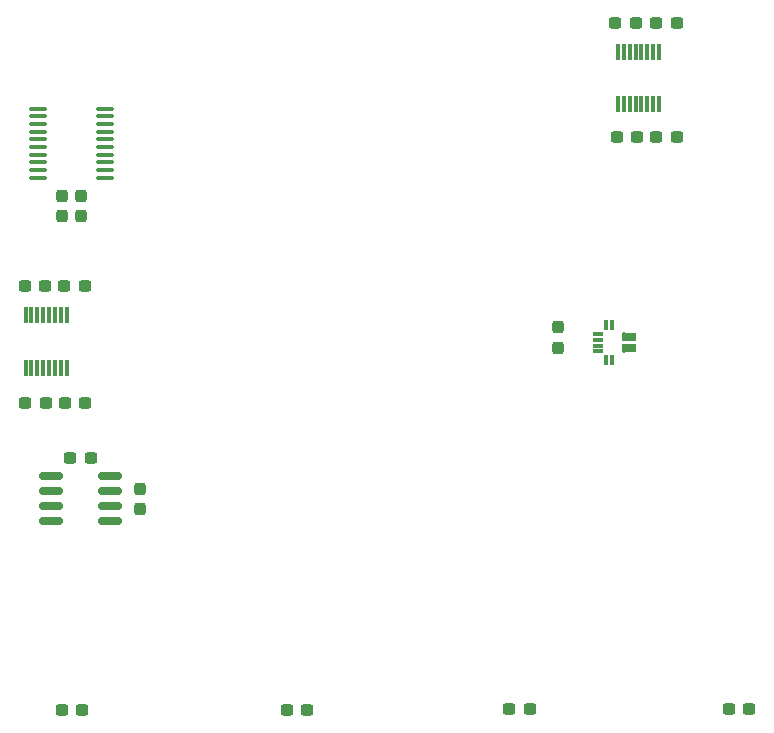
<source format=gbr>
%TF.GenerationSoftware,KiCad,Pcbnew,8.0.6*%
%TF.CreationDate,2024-12-18T15:27:08+01:00*%
%TF.ProjectId,RTR_submodule,5254525f-7375-4626-9d6f-64756c652e6b,rev?*%
%TF.SameCoordinates,Original*%
%TF.FileFunction,Paste,Top*%
%TF.FilePolarity,Positive*%
%FSLAX46Y46*%
G04 Gerber Fmt 4.6, Leading zero omitted, Abs format (unit mm)*
G04 Created by KiCad (PCBNEW 8.0.6) date 2024-12-18 15:27:08*
%MOMM*%
%LPD*%
G01*
G04 APERTURE LIST*
G04 Aperture macros list*
%AMRoundRect*
0 Rectangle with rounded corners*
0 $1 Rounding radius*
0 $2 $3 $4 $5 $6 $7 $8 $9 X,Y pos of 4 corners*
0 Add a 4 corners polygon primitive as box body*
4,1,4,$2,$3,$4,$5,$6,$7,$8,$9,$2,$3,0*
0 Add four circle primitives for the rounded corners*
1,1,$1+$1,$2,$3*
1,1,$1+$1,$4,$5*
1,1,$1+$1,$6,$7*
1,1,$1+$1,$8,$9*
0 Add four rect primitives between the rounded corners*
20,1,$1+$1,$2,$3,$4,$5,0*
20,1,$1+$1,$4,$5,$6,$7,0*
20,1,$1+$1,$6,$7,$8,$9,0*
20,1,$1+$1,$8,$9,$2,$3,0*%
%AMRotRect*
0 Rectangle, with rotation*
0 The origin of the aperture is its center*
0 $1 length*
0 $2 width*
0 $3 Rotation angle, in degrees counterclockwise*
0 Add horizontal line*
21,1,$1,$2,0,0,$3*%
G04 Aperture macros list end*
%ADD10RoundRect,0.237500X-0.237500X0.300000X-0.237500X-0.300000X0.237500X-0.300000X0.237500X0.300000X0*%
%ADD11RoundRect,0.237500X0.237500X-0.300000X0.237500X0.300000X-0.237500X0.300000X-0.237500X-0.300000X0*%
%ADD12R,0.300000X1.425000*%
%ADD13RoundRect,0.150000X0.825000X0.150000X-0.825000X0.150000X-0.825000X-0.150000X0.825000X-0.150000X0*%
%ADD14RoundRect,0.237500X0.300000X0.237500X-0.300000X0.237500X-0.300000X-0.237500X0.300000X-0.237500X0*%
%ADD15R,1.070000X0.800000*%
%ADD16RotRect,0.282800X0.282800X225.000000*%
%ADD17R,0.200000X0.600000*%
%ADD18R,0.300000X0.850000*%
%ADD19R,0.850000X0.300000*%
%ADD20RoundRect,0.237500X-0.300000X-0.237500X0.300000X-0.237500X0.300000X0.237500X-0.300000X0.237500X0*%
%ADD21RoundRect,0.100000X0.637500X0.100000X-0.637500X0.100000X-0.637500X-0.100000X0.637500X-0.100000X0*%
G04 APERTURE END LIST*
D10*
%TO.C,M:C10*%
X110691250Y-79962500D03*
X110691250Y-81687500D03*
%TD*%
D11*
%TO.C,M:C12*%
X152700000Y-92825000D03*
X152700000Y-91100000D03*
%TD*%
D12*
%TO.C,U2*%
X107600000Y-94524000D03*
X108100000Y-94524000D03*
X108600000Y-94524000D03*
X109100000Y-94524000D03*
X109600000Y-94524000D03*
X110100000Y-94524000D03*
X110600000Y-94524000D03*
X111100000Y-94524000D03*
X111100000Y-90100000D03*
X110600000Y-90100000D03*
X110100000Y-90100000D03*
X109600000Y-90100000D03*
X109100000Y-90100000D03*
X108600000Y-90100000D03*
X108100000Y-90100000D03*
X107600000Y-90100000D03*
%TD*%
%TO.C,U3*%
X157750000Y-72212000D03*
X158250000Y-72212000D03*
X158750000Y-72212000D03*
X159250000Y-72212000D03*
X159750000Y-72212000D03*
X160250000Y-72212000D03*
X160750000Y-72212000D03*
X161250000Y-72212000D03*
X161250000Y-67788000D03*
X160750000Y-67788000D03*
X160250000Y-67788000D03*
X159750000Y-67788000D03*
X159250000Y-67788000D03*
X158750000Y-67788000D03*
X158250000Y-67788000D03*
X157750000Y-67788000D03*
%TD*%
D13*
%TO.C,SUB:U1*%
X114740000Y-107540000D03*
X114740000Y-106270000D03*
X114740000Y-105000000D03*
X114740000Y-103730000D03*
X109790000Y-103730000D03*
X109790000Y-105000000D03*
X109790000Y-106270000D03*
X109790000Y-107540000D03*
%TD*%
D14*
%TO.C,C1*%
X113127500Y-102135000D03*
X111402500Y-102135000D03*
%TD*%
D15*
%TO.C,U1*%
X158820000Y-92900000D03*
D16*
X158285000Y-93100000D03*
D17*
X158185000Y-92800000D03*
D15*
X158820000Y-91900000D03*
D16*
X158285000Y-91700000D03*
D17*
X158185000Y-92000000D03*
D18*
X157270000Y-90950000D03*
X156770000Y-90950000D03*
D19*
X156070000Y-91650000D03*
X156070000Y-92150000D03*
X156070000Y-92650000D03*
X156070000Y-93150000D03*
D18*
X156770000Y-93850000D03*
X157270000Y-93850000D03*
%TD*%
D20*
%TO.C,M:C7*%
X157637500Y-75000000D03*
X159362500Y-75000000D03*
%TD*%
%TO.C,M:C6*%
X161000000Y-65300000D03*
X162725000Y-65300000D03*
%TD*%
%TO.C,C3*%
X129737500Y-123500000D03*
X131462500Y-123500000D03*
%TD*%
%TO.C,M:C1*%
X110937500Y-97500000D03*
X112662500Y-97500000D03*
%TD*%
D14*
%TO.C,M:C8*%
X162725000Y-75000000D03*
X161000000Y-75000000D03*
%TD*%
D21*
%TO.C,SUB:U2*%
X114353750Y-78450000D03*
X114353750Y-77800000D03*
X114353750Y-77150000D03*
X114353750Y-76500000D03*
X114353750Y-75850000D03*
X114353750Y-75200000D03*
X114353750Y-74550000D03*
X114353750Y-73900000D03*
X114353750Y-73250000D03*
X114353750Y-72600000D03*
X108628750Y-72600000D03*
X108628750Y-73250000D03*
X108628750Y-73900000D03*
X108628750Y-74550000D03*
X108628750Y-75200000D03*
X108628750Y-75850000D03*
X108628750Y-76500000D03*
X108628750Y-77150000D03*
X108628750Y-77800000D03*
X108628750Y-78450000D03*
%TD*%
D14*
%TO.C,M:C5*%
X159250000Y-65300000D03*
X157525000Y-65300000D03*
%TD*%
D11*
%TO.C,C2*%
X117265000Y-106497500D03*
X117265000Y-104772500D03*
%TD*%
D20*
%TO.C,C6*%
X110675000Y-123500000D03*
X112400000Y-123500000D03*
%TD*%
%TO.C,M:C4*%
X110900000Y-87600000D03*
X112625000Y-87600000D03*
%TD*%
%TO.C,C4*%
X148550000Y-123400000D03*
X150275000Y-123400000D03*
%TD*%
D10*
%TO.C,M:C9*%
X112301250Y-79962500D03*
X112301250Y-81687500D03*
%TD*%
D20*
%TO.C,C5*%
X167137500Y-123400000D03*
X168862500Y-123400000D03*
%TD*%
%TO.C,M:C2*%
X107575000Y-97500000D03*
X109300000Y-97500000D03*
%TD*%
D14*
%TO.C,M:C3*%
X109262500Y-87600000D03*
X107537500Y-87600000D03*
%TD*%
M02*

</source>
